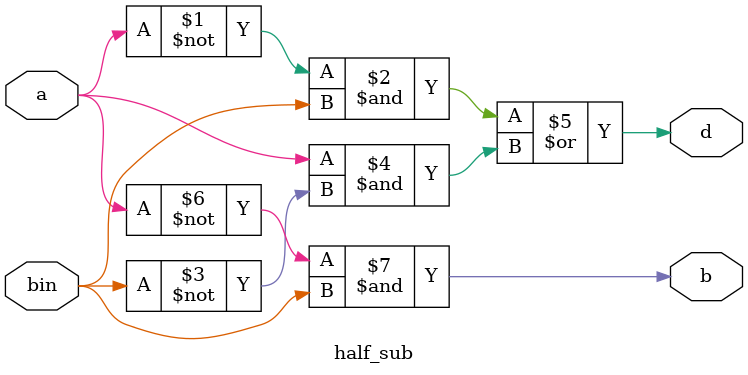
<source format=v>
module half_sub(output d, b, input a,bin);
	assign d = ((~a)&bin) | (a&(~bin));
	assign b = (~a)&bin;
endmodule 
</source>
